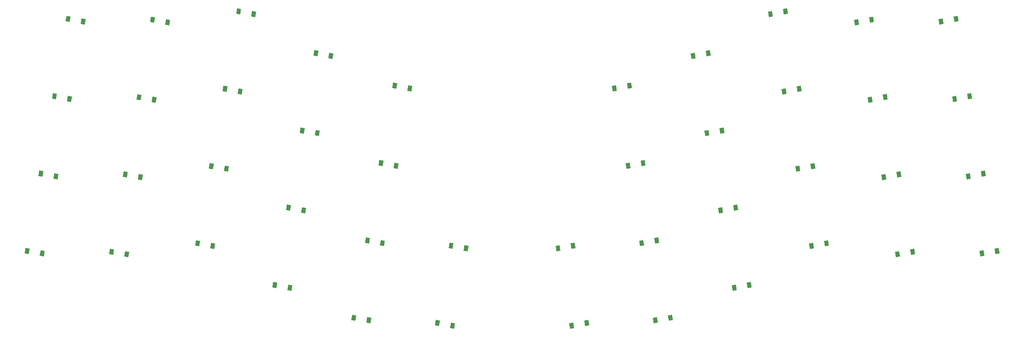
<source format=gbr>
%TF.GenerationSoftware,KiCad,Pcbnew,(5.1.10)-1*%
%TF.CreationDate,2021-11-02T21:32:16-06:00*%
%TF.ProjectId,VColChoc44,56436f6c-4368-46f6-9334-342e6b696361,rev?*%
%TF.SameCoordinates,Original*%
%TF.FileFunction,Paste,Top*%
%TF.FilePolarity,Positive*%
%FSLAX46Y46*%
G04 Gerber Fmt 4.6, Leading zero omitted, Abs format (unit mm)*
G04 Created by KiCad (PCBNEW (5.1.10)-1) date 2021-11-02 21:32:16*
%MOMM*%
%LPD*%
G01*
G04 APERTURE LIST*
%ADD10C,0.100000*%
G04 APERTURE END LIST*
D10*
%TO.C,U44*%
G36*
X254428588Y-117234593D02*
G01*
X254220211Y-116052824D01*
X255106538Y-115896541D01*
X255314915Y-117078310D01*
X254428588Y-117234593D01*
G37*
G36*
X251178722Y-117807631D02*
G01*
X250970345Y-116625862D01*
X251856672Y-116469579D01*
X252065049Y-117651348D01*
X251178722Y-117807631D01*
G37*
%TD*%
%TO.C,U32*%
G36*
X233229588Y-100663593D02*
G01*
X233021211Y-99481824D01*
X233907538Y-99325541D01*
X234115915Y-100507310D01*
X233229588Y-100663593D01*
G37*
G36*
X229979722Y-101236631D02*
G01*
X229771345Y-100054862D01*
X230657672Y-99898579D01*
X230866049Y-101080348D01*
X229979722Y-101236631D01*
G37*
%TD*%
%TO.C,U43*%
G36*
X236181588Y-117405593D02*
G01*
X235973211Y-116223824D01*
X236859538Y-116067541D01*
X237067915Y-117249310D01*
X236181588Y-117405593D01*
G37*
G36*
X232931722Y-117978631D02*
G01*
X232723345Y-116796862D01*
X233609672Y-116640579D01*
X233818049Y-117822348D01*
X232931722Y-117978631D01*
G37*
%TD*%
%TO.C,U42*%
G36*
X217586588Y-115607593D02*
G01*
X217378211Y-114425824D01*
X218264538Y-114269541D01*
X218472915Y-115451310D01*
X217586588Y-115607593D01*
G37*
G36*
X214336722Y-116180631D02*
G01*
X214128345Y-114998862D01*
X215014672Y-114842579D01*
X215223049Y-116024348D01*
X214336722Y-116180631D01*
G37*
%TD*%
%TO.C,U41*%
G36*
X200901588Y-124641593D02*
G01*
X200693211Y-123459824D01*
X201579538Y-123303541D01*
X201787915Y-124485310D01*
X200901588Y-124641593D01*
G37*
G36*
X197651722Y-125214631D02*
G01*
X197443345Y-124032862D01*
X198329672Y-123876579D01*
X198538049Y-125058348D01*
X197651722Y-125214631D01*
G37*
%TD*%
%TO.C,U40*%
G36*
X183869588Y-131706593D02*
G01*
X183661211Y-130524824D01*
X184547538Y-130368541D01*
X184755915Y-131550310D01*
X183869588Y-131706593D01*
G37*
G36*
X180619722Y-132279631D02*
G01*
X180411345Y-131097862D01*
X181297672Y-130941579D01*
X181506049Y-132123348D01*
X180619722Y-132279631D01*
G37*
%TD*%
%TO.C,U39*%
G36*
X165795588Y-132862593D02*
G01*
X165587211Y-131680824D01*
X166473538Y-131524541D01*
X166681915Y-132706310D01*
X165795588Y-132862593D01*
G37*
G36*
X162545722Y-133435631D02*
G01*
X162337345Y-132253862D01*
X163223672Y-132097579D01*
X163432049Y-133279348D01*
X162545722Y-133435631D01*
G37*
%TD*%
%TO.C,U33*%
G36*
X251476588Y-100492593D02*
G01*
X251268211Y-99310824D01*
X252154538Y-99154541D01*
X252362915Y-100336310D01*
X251476588Y-100492593D01*
G37*
G36*
X248226722Y-101065631D02*
G01*
X248018345Y-99883862D01*
X248904672Y-99727579D01*
X249113049Y-100909348D01*
X248226722Y-101065631D01*
G37*
%TD*%
%TO.C,U31*%
G36*
X214634588Y-98865593D02*
G01*
X214426211Y-97683824D01*
X215312538Y-97527541D01*
X215520915Y-98709310D01*
X214634588Y-98865593D01*
G37*
G36*
X211384722Y-99438631D02*
G01*
X211176345Y-98256862D01*
X212062672Y-98100579D01*
X212271049Y-99282348D01*
X211384722Y-99438631D01*
G37*
%TD*%
%TO.C,U30*%
G36*
X197949588Y-107899593D02*
G01*
X197741211Y-106717824D01*
X198627538Y-106561541D01*
X198835915Y-107743310D01*
X197949588Y-107899593D01*
G37*
G36*
X194699722Y-108472631D02*
G01*
X194491345Y-107290862D01*
X195377672Y-107134579D01*
X195586049Y-108316348D01*
X194699722Y-108472631D01*
G37*
%TD*%
%TO.C,U29*%
G36*
X180917588Y-114964593D02*
G01*
X180709211Y-113782824D01*
X181595538Y-113626541D01*
X181803915Y-114808310D01*
X180917588Y-114964593D01*
G37*
G36*
X177667722Y-115537631D02*
G01*
X177459345Y-114355862D01*
X178345672Y-114199579D01*
X178554049Y-115381348D01*
X177667722Y-115537631D01*
G37*
%TD*%
%TO.C,U28*%
G36*
X162843588Y-116120593D02*
G01*
X162635211Y-114938824D01*
X163521538Y-114782541D01*
X163729915Y-115964310D01*
X162843588Y-116120593D01*
G37*
G36*
X159593722Y-116693631D02*
G01*
X159385345Y-115511862D01*
X160271672Y-115355579D01*
X160480049Y-116537348D01*
X159593722Y-116693631D01*
G37*
%TD*%
%TO.C,U38*%
G36*
X118493951Y-132123348D02*
G01*
X118702328Y-130941579D01*
X119588655Y-131097862D01*
X119380278Y-132279631D01*
X118493951Y-132123348D01*
G37*
G36*
X115244085Y-131550310D02*
G01*
X115452462Y-130368541D01*
X116338789Y-130524824D01*
X116130412Y-131706593D01*
X115244085Y-131550310D01*
G37*
%TD*%
%TO.C,U37*%
G36*
X101461751Y-125058348D02*
G01*
X101670128Y-123876579D01*
X102556455Y-124032862D01*
X102348078Y-125214631D01*
X101461751Y-125058348D01*
G37*
G36*
X98211885Y-124485310D02*
G01*
X98420262Y-123303541D01*
X99306589Y-123459824D01*
X99098212Y-124641593D01*
X98211885Y-124485310D01*
G37*
%TD*%
%TO.C,U36*%
G36*
X84777151Y-116024348D02*
G01*
X84985528Y-114842579D01*
X85871855Y-114998862D01*
X85663478Y-116180631D01*
X84777151Y-116024348D01*
G37*
G36*
X81527285Y-115451310D02*
G01*
X81735662Y-114269541D01*
X82621989Y-114425824D01*
X82413612Y-115607593D01*
X81527285Y-115451310D01*
G37*
%TD*%
%TO.C,U35*%
G36*
X66182351Y-117822348D02*
G01*
X66390728Y-116640579D01*
X67277055Y-116796862D01*
X67068678Y-117978631D01*
X66182351Y-117822348D01*
G37*
G36*
X62932485Y-117249310D02*
G01*
X63140862Y-116067541D01*
X64027189Y-116223824D01*
X63818812Y-117405593D01*
X62932485Y-117249310D01*
G37*
%TD*%
%TO.C,U34*%
G36*
X47934851Y-117651348D02*
G01*
X48143228Y-116469579D01*
X49029555Y-116625862D01*
X48821178Y-117807631D01*
X47934851Y-117651348D01*
G37*
G36*
X44684985Y-117078310D02*
G01*
X44893362Y-115896541D01*
X45779689Y-116052824D01*
X45571312Y-117234593D01*
X44684985Y-117078310D01*
G37*
%TD*%
%TO.C,U27*%
G36*
X121445951Y-115381348D02*
G01*
X121654328Y-114199579D01*
X122540655Y-114355862D01*
X122332278Y-115537631D01*
X121445951Y-115381348D01*
G37*
G36*
X118196085Y-114808310D02*
G01*
X118404462Y-113626541D01*
X119290789Y-113782824D01*
X119082412Y-114964593D01*
X118196085Y-114808310D01*
G37*
%TD*%
%TO.C,U26*%
G36*
X104413951Y-108316348D02*
G01*
X104622328Y-107134579D01*
X105508655Y-107290862D01*
X105300278Y-108472631D01*
X104413951Y-108316348D01*
G37*
G36*
X101164085Y-107743310D02*
G01*
X101372462Y-106561541D01*
X102258789Y-106717824D01*
X102050412Y-107899593D01*
X101164085Y-107743310D01*
G37*
%TD*%
%TO.C,U25*%
G36*
X87729151Y-99282348D02*
G01*
X87937528Y-98100579D01*
X88823855Y-98256862D01*
X88615478Y-99438631D01*
X87729151Y-99282348D01*
G37*
G36*
X84479285Y-98709310D02*
G01*
X84687662Y-97527541D01*
X85573989Y-97683824D01*
X85365612Y-98865593D01*
X84479285Y-98709310D01*
G37*
%TD*%
%TO.C,U24*%
G36*
X69134351Y-101080348D02*
G01*
X69342728Y-99898579D01*
X70229055Y-100054862D01*
X70020678Y-101236631D01*
X69134351Y-101080348D01*
G37*
G36*
X65884485Y-100507310D02*
G01*
X66092862Y-99325541D01*
X66979189Y-99481824D01*
X66770812Y-100663593D01*
X65884485Y-100507310D01*
G37*
%TD*%
%TO.C,U23*%
G36*
X50910786Y-100940823D02*
G01*
X51119163Y-99759054D01*
X52005490Y-99915337D01*
X51797113Y-101097106D01*
X50910786Y-100940823D01*
G37*
G36*
X47660920Y-100367785D02*
G01*
X47869297Y-99186016D01*
X48755624Y-99342299D01*
X48547247Y-100524068D01*
X47660920Y-100367785D01*
G37*
%TD*%
%TO.C,U22*%
G36*
X248524588Y-83750993D02*
G01*
X248316211Y-82569224D01*
X249202538Y-82412941D01*
X249410915Y-83594710D01*
X248524588Y-83750993D01*
G37*
G36*
X245274722Y-84324031D02*
G01*
X245066345Y-83142262D01*
X245952672Y-82985979D01*
X246161049Y-84167748D01*
X245274722Y-84324031D01*
G37*
%TD*%
%TO.C,U21*%
G36*
X230277588Y-83922193D02*
G01*
X230069211Y-82740424D01*
X230955538Y-82584141D01*
X231163915Y-83765910D01*
X230277588Y-83922193D01*
G37*
G36*
X227027722Y-84495231D02*
G01*
X226819345Y-83313462D01*
X227705672Y-83157179D01*
X227914049Y-84338948D01*
X227027722Y-84495231D01*
G37*
%TD*%
%TO.C,U20*%
G36*
X211682588Y-82123893D02*
G01*
X211474211Y-80942124D01*
X212360538Y-80785841D01*
X212568915Y-81967610D01*
X211682588Y-82123893D01*
G37*
G36*
X208432722Y-82696931D02*
G01*
X208224345Y-81515162D01*
X209110672Y-81358879D01*
X209319049Y-82540648D01*
X208432722Y-82696931D01*
G37*
%TD*%
%TO.C,U19*%
G36*
X194997588Y-91158393D02*
G01*
X194789211Y-89976624D01*
X195675538Y-89820341D01*
X195883915Y-91002110D01*
X194997588Y-91158393D01*
G37*
G36*
X191747722Y-91731431D02*
G01*
X191539345Y-90549662D01*
X192425672Y-90393379D01*
X192634049Y-91575148D01*
X191747722Y-91731431D01*
G37*
%TD*%
%TO.C,U18*%
G36*
X177965588Y-98223593D02*
G01*
X177757211Y-97041824D01*
X178643538Y-96885541D01*
X178851915Y-98067310D01*
X177965588Y-98223593D01*
G37*
G36*
X174715722Y-98796631D02*
G01*
X174507345Y-97614862D01*
X175393672Y-97458579D01*
X175602049Y-98640348D01*
X174715722Y-98796631D01*
G37*
%TD*%
%TO.C,U17*%
G36*
X136567951Y-133279348D02*
G01*
X136776328Y-132097579D01*
X137662655Y-132253862D01*
X137454278Y-133435631D01*
X136567951Y-133279348D01*
G37*
G36*
X133318085Y-132706310D02*
G01*
X133526462Y-131524541D01*
X134412789Y-131680824D01*
X134204412Y-132862593D01*
X133318085Y-132706310D01*
G37*
%TD*%
%TO.C,U16*%
G36*
X124397951Y-98640348D02*
G01*
X124606328Y-97458579D01*
X125492655Y-97614862D01*
X125284278Y-98796631D01*
X124397951Y-98640348D01*
G37*
G36*
X121148085Y-98067310D02*
G01*
X121356462Y-96885541D01*
X122242789Y-97041824D01*
X122034412Y-98223593D01*
X121148085Y-98067310D01*
G37*
%TD*%
%TO.C,U15*%
G36*
X107365951Y-91575148D02*
G01*
X107574328Y-90393379D01*
X108460655Y-90549662D01*
X108252278Y-91731431D01*
X107365951Y-91575148D01*
G37*
G36*
X104116085Y-91002110D02*
G01*
X104324462Y-89820341D01*
X105210789Y-89976624D01*
X105002412Y-91158393D01*
X104116085Y-91002110D01*
G37*
%TD*%
%TO.C,U14*%
G36*
X90701994Y-82561838D02*
G01*
X90910371Y-81380069D01*
X91796698Y-81536352D01*
X91588321Y-82718121D01*
X90701994Y-82561838D01*
G37*
G36*
X87452128Y-81988800D02*
G01*
X87660505Y-80807031D01*
X88546832Y-80963314D01*
X88338455Y-82145083D01*
X87452128Y-81988800D01*
G37*
%TD*%
%TO.C,U13*%
G36*
X72096488Y-84373147D02*
G01*
X72304865Y-83191378D01*
X73191192Y-83347661D01*
X72982815Y-84529430D01*
X72096488Y-84373147D01*
G37*
G36*
X68846622Y-83800109D02*
G01*
X69054999Y-82618340D01*
X69941326Y-82774623D01*
X69732949Y-83956392D01*
X68846622Y-83800109D01*
G37*
%TD*%
%TO.C,U11*%
G36*
X245572588Y-67009193D02*
G01*
X245364211Y-65827424D01*
X246250538Y-65671141D01*
X246458915Y-66852910D01*
X245572588Y-67009193D01*
G37*
G36*
X242322722Y-67582231D02*
G01*
X242114345Y-66400462D01*
X243000672Y-66244179D01*
X243209049Y-67425948D01*
X242322722Y-67582231D01*
G37*
%TD*%
%TO.C,U10*%
G36*
X227325588Y-67180493D02*
G01*
X227117211Y-65998724D01*
X228003538Y-65842441D01*
X228211915Y-67024210D01*
X227325588Y-67180493D01*
G37*
G36*
X224075722Y-67753531D02*
G01*
X223867345Y-66571762D01*
X224753672Y-66415479D01*
X224962049Y-67597248D01*
X224075722Y-67753531D01*
G37*
%TD*%
%TO.C,U9*%
G36*
X208730588Y-65382093D02*
G01*
X208522211Y-64200324D01*
X209408538Y-64044041D01*
X209616915Y-65225810D01*
X208730588Y-65382093D01*
G37*
G36*
X205480722Y-65955131D02*
G01*
X205272345Y-64773362D01*
X206158672Y-64617079D01*
X206367049Y-65798848D01*
X205480722Y-65955131D01*
G37*
%TD*%
%TO.C,U8*%
G36*
X192045588Y-74416593D02*
G01*
X191837211Y-73234824D01*
X192723538Y-73078541D01*
X192931915Y-74260310D01*
X192045588Y-74416593D01*
G37*
G36*
X188795722Y-74989631D02*
G01*
X188587345Y-73807862D01*
X189473672Y-73651579D01*
X189682049Y-74833348D01*
X188795722Y-74989631D01*
G37*
%TD*%
%TO.C,U7*%
G36*
X175013588Y-81481493D02*
G01*
X174805211Y-80299724D01*
X175691538Y-80143441D01*
X175899915Y-81325210D01*
X175013588Y-81481493D01*
G37*
G36*
X171763722Y-82054531D02*
G01*
X171555345Y-80872762D01*
X172441672Y-80716479D01*
X172650049Y-81898248D01*
X171763722Y-82054531D01*
G37*
%TD*%
%TO.C,U6*%
G36*
X139519951Y-116537348D02*
G01*
X139728328Y-115355579D01*
X140614655Y-115511862D01*
X140406278Y-116693631D01*
X139519951Y-116537348D01*
G37*
G36*
X136270085Y-115964310D02*
G01*
X136478462Y-114782541D01*
X137364789Y-114938824D01*
X137156412Y-116120593D01*
X136270085Y-115964310D01*
G37*
%TD*%
%TO.C,U5*%
G36*
X127349951Y-81898248D02*
G01*
X127558328Y-80716479D01*
X128444655Y-80872762D01*
X128236278Y-82054531D01*
X127349951Y-81898248D01*
G37*
G36*
X124100085Y-81325210D02*
G01*
X124308462Y-80143441D01*
X125194789Y-80299724D01*
X124986412Y-81481493D01*
X124100085Y-81325210D01*
G37*
%TD*%
%TO.C,U4*%
G36*
X110317951Y-74833348D02*
G01*
X110526328Y-73651579D01*
X111412655Y-73807862D01*
X111204278Y-74989631D01*
X110317951Y-74833348D01*
G37*
G36*
X107068085Y-74260310D02*
G01*
X107276462Y-73078541D01*
X108162789Y-73234824D01*
X107954412Y-74416593D01*
X107068085Y-74260310D01*
G37*
%TD*%
%TO.C,U3*%
G36*
X93633151Y-65798848D02*
G01*
X93841528Y-64617079D01*
X94727855Y-64773362D01*
X94519478Y-65955131D01*
X93633151Y-65798848D01*
G37*
G36*
X90383285Y-65225810D02*
G01*
X90591662Y-64044041D01*
X91477989Y-64200324D01*
X91269612Y-65382093D01*
X90383285Y-65225810D01*
G37*
%TD*%
%TO.C,U2*%
G36*
X75038351Y-67597248D02*
G01*
X75246728Y-66415479D01*
X76133055Y-66571762D01*
X75924678Y-67753531D01*
X75038351Y-67597248D01*
G37*
G36*
X71788485Y-67024210D02*
G01*
X71996862Y-65842441D01*
X72883189Y-65998724D01*
X72674812Y-67180493D01*
X71788485Y-67024210D01*
G37*
%TD*%
%TO.C,U12*%
G36*
X53838851Y-84167748D02*
G01*
X54047228Y-82985979D01*
X54933555Y-83142262D01*
X54725178Y-84324031D01*
X53838851Y-84167748D01*
G37*
G36*
X50588985Y-83594710D02*
G01*
X50797362Y-82412941D01*
X51683689Y-82569224D01*
X51475312Y-83750993D01*
X50588985Y-83594710D01*
G37*
%TD*%
%TO.C,U1*%
G36*
X56790951Y-67425948D02*
G01*
X56999328Y-66244179D01*
X57885655Y-66400462D01*
X57677278Y-67582231D01*
X56790951Y-67425948D01*
G37*
G36*
X53541085Y-66852910D02*
G01*
X53749462Y-65671141D01*
X54635789Y-65827424D01*
X54427412Y-67009193D01*
X53541085Y-66852910D01*
G37*
%TD*%
M02*

</source>
